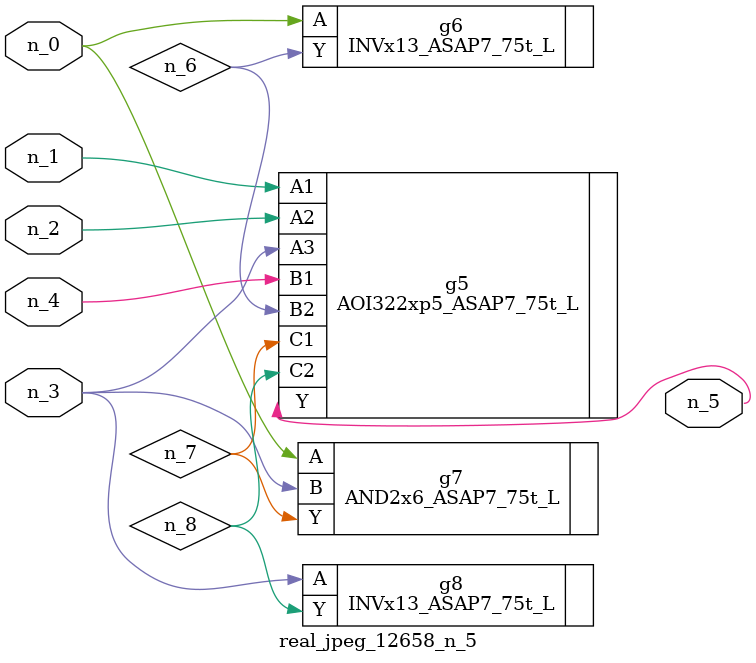
<source format=v>
module real_jpeg_12658_n_5 (n_4, n_0, n_1, n_2, n_3, n_5);

input n_4;
input n_0;
input n_1;
input n_2;
input n_3;

output n_5;

wire n_8;
wire n_6;
wire n_7;

INVx13_ASAP7_75t_L g6 ( 
.A(n_0),
.Y(n_6)
);

AND2x6_ASAP7_75t_L g7 ( 
.A(n_0),
.B(n_3),
.Y(n_7)
);

AOI322xp5_ASAP7_75t_L g5 ( 
.A1(n_1),
.A2(n_2),
.A3(n_3),
.B1(n_4),
.B2(n_6),
.C1(n_7),
.C2(n_8),
.Y(n_5)
);

INVx13_ASAP7_75t_L g8 ( 
.A(n_3),
.Y(n_8)
);


endmodule
</source>
